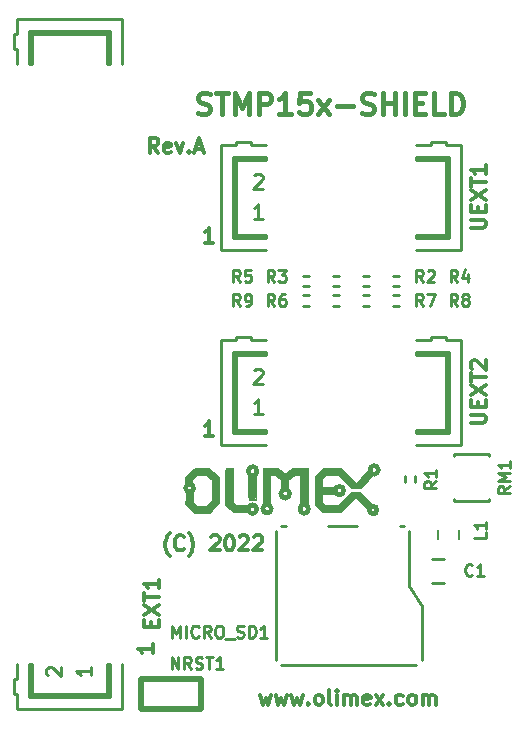
<source format=gbr>
%TF.GenerationSoftware,KiCad,Pcbnew,5.1.0-rc2-unknown-036be7d~80~ubuntu16.04.1*%
%TF.CreationDate,2022-02-04T13:28:53+02:00*%
%TF.ProjectId,STMP15x-SHIELD_Rev_A,53544d50-3135-4782-9d53-4849454c445f,A*%
%TF.SameCoordinates,Original*%
%TF.FileFunction,Legend,Top*%
%TF.FilePolarity,Positive*%
%FSLAX46Y46*%
G04 Gerber Fmt 4.6, Leading zero omitted, Abs format (unit mm)*
G04 Created by KiCad (PCBNEW 5.1.0-rc2-unknown-036be7d~80~ubuntu16.04.1) date 2022-02-04 13:28:53*
%MOMM*%
%LPD*%
G04 APERTURE LIST*
%ADD10C,0.317500*%
%ADD11C,0.444500*%
%ADD12C,0.100000*%
%ADD13C,0.700000*%
%ADD14C,0.400000*%
%ADD15C,0.500000*%
%ADD16C,0.254000*%
%ADD17C,0.127000*%
%ADD18C,0.508000*%
G04 APERTURE END LIST*
D10*
X128336523Y-95649142D02*
X128336523Y-96374857D01*
X128336523Y-96012000D02*
X127066523Y-96012000D01*
X127247952Y-96132952D01*
X127368904Y-96253904D01*
X127429380Y-96374857D01*
X133458857Y-78044523D02*
X132733142Y-78044523D01*
X133096000Y-78044523D02*
X133096000Y-76774523D01*
X132975047Y-76955952D01*
X132854095Y-77076904D01*
X132733142Y-77137380D01*
X133458857Y-61661523D02*
X132733142Y-61661523D01*
X133096000Y-61661523D02*
X133096000Y-60391523D01*
X132975047Y-60572952D01*
X132854095Y-60693904D01*
X132733142Y-60754380D01*
X137407952Y-99930857D02*
X137649857Y-100777523D01*
X137891761Y-100172761D01*
X138133666Y-100777523D01*
X138375571Y-99930857D01*
X138738428Y-99930857D02*
X138980333Y-100777523D01*
X139222238Y-100172761D01*
X139464142Y-100777523D01*
X139706047Y-99930857D01*
X140068904Y-99930857D02*
X140310809Y-100777523D01*
X140552714Y-100172761D01*
X140794619Y-100777523D01*
X141036523Y-99930857D01*
X141520333Y-100656571D02*
X141580809Y-100717047D01*
X141520333Y-100777523D01*
X141459857Y-100717047D01*
X141520333Y-100656571D01*
X141520333Y-100777523D01*
X142306523Y-100777523D02*
X142185571Y-100717047D01*
X142125095Y-100656571D01*
X142064619Y-100535619D01*
X142064619Y-100172761D01*
X142125095Y-100051809D01*
X142185571Y-99991333D01*
X142306523Y-99930857D01*
X142487952Y-99930857D01*
X142608904Y-99991333D01*
X142669380Y-100051809D01*
X142729857Y-100172761D01*
X142729857Y-100535619D01*
X142669380Y-100656571D01*
X142608904Y-100717047D01*
X142487952Y-100777523D01*
X142306523Y-100777523D01*
X143455571Y-100777523D02*
X143334619Y-100717047D01*
X143274142Y-100596095D01*
X143274142Y-99507523D01*
X143939380Y-100777523D02*
X143939380Y-99930857D01*
X143939380Y-99507523D02*
X143878904Y-99568000D01*
X143939380Y-99628476D01*
X143999857Y-99568000D01*
X143939380Y-99507523D01*
X143939380Y-99628476D01*
X144544142Y-100777523D02*
X144544142Y-99930857D01*
X144544142Y-100051809D02*
X144604619Y-99991333D01*
X144725571Y-99930857D01*
X144907000Y-99930857D01*
X145027952Y-99991333D01*
X145088428Y-100112285D01*
X145088428Y-100777523D01*
X145088428Y-100112285D02*
X145148904Y-99991333D01*
X145269857Y-99930857D01*
X145451285Y-99930857D01*
X145572238Y-99991333D01*
X145632714Y-100112285D01*
X145632714Y-100777523D01*
X146721285Y-100717047D02*
X146600333Y-100777523D01*
X146358428Y-100777523D01*
X146237476Y-100717047D01*
X146177000Y-100596095D01*
X146177000Y-100112285D01*
X146237476Y-99991333D01*
X146358428Y-99930857D01*
X146600333Y-99930857D01*
X146721285Y-99991333D01*
X146781761Y-100112285D01*
X146781761Y-100233238D01*
X146177000Y-100354190D01*
X147205095Y-100777523D02*
X147870333Y-99930857D01*
X147205095Y-99930857D02*
X147870333Y-100777523D01*
X148354142Y-100656571D02*
X148414619Y-100717047D01*
X148354142Y-100777523D01*
X148293666Y-100717047D01*
X148354142Y-100656571D01*
X148354142Y-100777523D01*
X149503190Y-100717047D02*
X149382238Y-100777523D01*
X149140333Y-100777523D01*
X149019380Y-100717047D01*
X148958904Y-100656571D01*
X148898428Y-100535619D01*
X148898428Y-100172761D01*
X148958904Y-100051809D01*
X149019380Y-99991333D01*
X149140333Y-99930857D01*
X149382238Y-99930857D01*
X149503190Y-99991333D01*
X150228904Y-100777523D02*
X150107952Y-100717047D01*
X150047476Y-100656571D01*
X149987000Y-100535619D01*
X149987000Y-100172761D01*
X150047476Y-100051809D01*
X150107952Y-99991333D01*
X150228904Y-99930857D01*
X150410333Y-99930857D01*
X150531285Y-99991333D01*
X150591761Y-100051809D01*
X150652238Y-100172761D01*
X150652238Y-100535619D01*
X150591761Y-100656571D01*
X150531285Y-100717047D01*
X150410333Y-100777523D01*
X150228904Y-100777523D01*
X151196523Y-100777523D02*
X151196523Y-99930857D01*
X151196523Y-100051809D02*
X151257000Y-99991333D01*
X151377952Y-99930857D01*
X151559380Y-99930857D01*
X151680333Y-99991333D01*
X151740809Y-100112285D01*
X151740809Y-100777523D01*
X151740809Y-100112285D02*
X151801285Y-99991333D01*
X151922238Y-99930857D01*
X152103666Y-99930857D01*
X152224619Y-99991333D01*
X152285095Y-100112285D01*
X152285095Y-100777523D01*
D11*
X132164666Y-50630666D02*
X132418666Y-50715333D01*
X132842000Y-50715333D01*
X133011333Y-50630666D01*
X133096000Y-50546000D01*
X133180666Y-50376666D01*
X133180666Y-50207333D01*
X133096000Y-50038000D01*
X133011333Y-49953333D01*
X132842000Y-49868666D01*
X132503333Y-49784000D01*
X132334000Y-49699333D01*
X132249333Y-49614666D01*
X132164666Y-49445333D01*
X132164666Y-49276000D01*
X132249333Y-49106666D01*
X132334000Y-49022000D01*
X132503333Y-48937333D01*
X132926666Y-48937333D01*
X133180666Y-49022000D01*
X133688666Y-48937333D02*
X134704666Y-48937333D01*
X134196666Y-50715333D02*
X134196666Y-48937333D01*
X135297333Y-50715333D02*
X135297333Y-48937333D01*
X135890000Y-50207333D01*
X136482666Y-48937333D01*
X136482666Y-50715333D01*
X137329333Y-50715333D02*
X137329333Y-48937333D01*
X138006666Y-48937333D01*
X138176000Y-49022000D01*
X138260666Y-49106666D01*
X138345333Y-49276000D01*
X138345333Y-49530000D01*
X138260666Y-49699333D01*
X138176000Y-49784000D01*
X138006666Y-49868666D01*
X137329333Y-49868666D01*
X140038666Y-50715333D02*
X139022666Y-50715333D01*
X139530666Y-50715333D02*
X139530666Y-48937333D01*
X139361333Y-49191333D01*
X139192000Y-49360666D01*
X139022666Y-49445333D01*
X141647333Y-48937333D02*
X140800666Y-48937333D01*
X140716000Y-49784000D01*
X140800666Y-49699333D01*
X140970000Y-49614666D01*
X141393333Y-49614666D01*
X141562666Y-49699333D01*
X141647333Y-49784000D01*
X141732000Y-49953333D01*
X141732000Y-50376666D01*
X141647333Y-50546000D01*
X141562666Y-50630666D01*
X141393333Y-50715333D01*
X140970000Y-50715333D01*
X140800666Y-50630666D01*
X140716000Y-50546000D01*
X142324666Y-50715333D02*
X143256000Y-49530000D01*
X142324666Y-49530000D02*
X143256000Y-50715333D01*
X143933333Y-50038000D02*
X145288000Y-50038000D01*
X146050000Y-50630666D02*
X146304000Y-50715333D01*
X146727333Y-50715333D01*
X146896666Y-50630666D01*
X146981333Y-50546000D01*
X147066000Y-50376666D01*
X147066000Y-50207333D01*
X146981333Y-50038000D01*
X146896666Y-49953333D01*
X146727333Y-49868666D01*
X146388666Y-49784000D01*
X146219333Y-49699333D01*
X146134666Y-49614666D01*
X146050000Y-49445333D01*
X146050000Y-49276000D01*
X146134666Y-49106666D01*
X146219333Y-49022000D01*
X146388666Y-48937333D01*
X146812000Y-48937333D01*
X147066000Y-49022000D01*
X147828000Y-50715333D02*
X147828000Y-48937333D01*
X147828000Y-49784000D02*
X148844000Y-49784000D01*
X148844000Y-50715333D02*
X148844000Y-48937333D01*
X149690666Y-50715333D02*
X149690666Y-48937333D01*
X150537333Y-49784000D02*
X151130000Y-49784000D01*
X151384000Y-50715333D02*
X150537333Y-50715333D01*
X150537333Y-48937333D01*
X151384000Y-48937333D01*
X152992666Y-50715333D02*
X152146000Y-50715333D01*
X152146000Y-48937333D01*
X153585333Y-50715333D02*
X153585333Y-48937333D01*
X154008666Y-48937333D01*
X154262666Y-49022000D01*
X154432000Y-49191333D01*
X154516666Y-49360666D01*
X154601333Y-49699333D01*
X154601333Y-49953333D01*
X154516666Y-50292000D01*
X154432000Y-50461333D01*
X154262666Y-50630666D01*
X154008666Y-50715333D01*
X153585333Y-50715333D01*
D10*
X129757714Y-88180333D02*
X129697238Y-88119857D01*
X129576285Y-87938428D01*
X129515809Y-87817476D01*
X129455333Y-87636047D01*
X129394857Y-87333666D01*
X129394857Y-87091761D01*
X129455333Y-86789380D01*
X129515809Y-86607952D01*
X129576285Y-86487000D01*
X129697238Y-86305571D01*
X129757714Y-86245095D01*
X130967238Y-87575571D02*
X130906761Y-87636047D01*
X130725333Y-87696523D01*
X130604380Y-87696523D01*
X130422952Y-87636047D01*
X130302000Y-87515095D01*
X130241523Y-87394142D01*
X130181047Y-87152238D01*
X130181047Y-86970809D01*
X130241523Y-86728904D01*
X130302000Y-86607952D01*
X130422952Y-86487000D01*
X130604380Y-86426523D01*
X130725333Y-86426523D01*
X130906761Y-86487000D01*
X130967238Y-86547476D01*
X131390571Y-88180333D02*
X131451047Y-88119857D01*
X131572000Y-87938428D01*
X131632476Y-87817476D01*
X131692952Y-87636047D01*
X131753428Y-87333666D01*
X131753428Y-87091761D01*
X131692952Y-86789380D01*
X131632476Y-86607952D01*
X131572000Y-86487000D01*
X131451047Y-86305571D01*
X131390571Y-86245095D01*
X133265333Y-86547476D02*
X133325809Y-86487000D01*
X133446761Y-86426523D01*
X133749142Y-86426523D01*
X133870095Y-86487000D01*
X133930571Y-86547476D01*
X133991047Y-86668428D01*
X133991047Y-86789380D01*
X133930571Y-86970809D01*
X133204857Y-87696523D01*
X133991047Y-87696523D01*
X134777238Y-86426523D02*
X134898190Y-86426523D01*
X135019142Y-86487000D01*
X135079619Y-86547476D01*
X135140095Y-86668428D01*
X135200571Y-86910333D01*
X135200571Y-87212714D01*
X135140095Y-87454619D01*
X135079619Y-87575571D01*
X135019142Y-87636047D01*
X134898190Y-87696523D01*
X134777238Y-87696523D01*
X134656285Y-87636047D01*
X134595809Y-87575571D01*
X134535333Y-87454619D01*
X134474857Y-87212714D01*
X134474857Y-86910333D01*
X134535333Y-86668428D01*
X134595809Y-86547476D01*
X134656285Y-86487000D01*
X134777238Y-86426523D01*
X135684380Y-86547476D02*
X135744857Y-86487000D01*
X135865809Y-86426523D01*
X136168190Y-86426523D01*
X136289142Y-86487000D01*
X136349619Y-86547476D01*
X136410095Y-86668428D01*
X136410095Y-86789380D01*
X136349619Y-86970809D01*
X135623904Y-87696523D01*
X136410095Y-87696523D01*
X136893904Y-86547476D02*
X136954380Y-86487000D01*
X137075333Y-86426523D01*
X137377714Y-86426523D01*
X137498666Y-86487000D01*
X137559142Y-86547476D01*
X137619619Y-86668428D01*
X137619619Y-86789380D01*
X137559142Y-86970809D01*
X136833428Y-87696523D01*
X137619619Y-87696523D01*
X128820333Y-54041523D02*
X128397000Y-53436761D01*
X128094619Y-54041523D02*
X128094619Y-52771523D01*
X128578428Y-52771523D01*
X128699380Y-52832000D01*
X128759857Y-52892476D01*
X128820333Y-53013428D01*
X128820333Y-53194857D01*
X128759857Y-53315809D01*
X128699380Y-53376285D01*
X128578428Y-53436761D01*
X128094619Y-53436761D01*
X129848428Y-53981047D02*
X129727476Y-54041523D01*
X129485571Y-54041523D01*
X129364619Y-53981047D01*
X129304142Y-53860095D01*
X129304142Y-53376285D01*
X129364619Y-53255333D01*
X129485571Y-53194857D01*
X129727476Y-53194857D01*
X129848428Y-53255333D01*
X129908904Y-53376285D01*
X129908904Y-53497238D01*
X129304142Y-53618190D01*
X130332238Y-53194857D02*
X130634619Y-54041523D01*
X130937000Y-53194857D01*
X131420809Y-53920571D02*
X131481285Y-53981047D01*
X131420809Y-54041523D01*
X131360333Y-53981047D01*
X131420809Y-53920571D01*
X131420809Y-54041523D01*
X131965095Y-53678666D02*
X132569857Y-53678666D01*
X131844142Y-54041523D02*
X132267476Y-52771523D01*
X132690809Y-54041523D01*
D12*
%TO.C,Logo_Olimex_1*%
X142862300Y-80721200D02*
X144233900Y-80721200D01*
X144233900Y-80721200D02*
X144284700Y-80721200D01*
X144284700Y-80721200D02*
X145542000Y-81965800D01*
X141338300Y-80835500D02*
X141439900Y-80835500D01*
X141490700Y-80772000D02*
X141490700Y-80759300D01*
X141490700Y-80759300D02*
X140195300Y-80759300D01*
X140195300Y-80759300D02*
X140169900Y-80759300D01*
X140169900Y-80759300D02*
X139547600Y-81254600D01*
X141490700Y-83781900D02*
X141490700Y-80772000D01*
X137833100Y-80822800D02*
X137756900Y-80822800D01*
X137680700Y-80759300D02*
X138925300Y-80759300D01*
X138925300Y-80759300D02*
X139509500Y-81241900D01*
X137680700Y-83756500D02*
X137680700Y-80772000D01*
X136944100Y-83350100D02*
X137033000Y-83350100D01*
X136601200Y-83350100D02*
X136537700Y-83350100D01*
X136461500Y-83413600D02*
X137071100Y-83413600D01*
X137071100Y-83413600D02*
X137096500Y-83413600D01*
X137096500Y-83413600D02*
X137096500Y-81394300D01*
X136461500Y-81394300D02*
X136461500Y-83413600D01*
X134962900Y-80784700D02*
X135077200Y-80784700D01*
X134835900Y-80708500D02*
X135140700Y-80708500D01*
X135140700Y-80708500D02*
X135140700Y-83743800D01*
X134658100Y-80797400D02*
X134594600Y-80784700D01*
X134543800Y-80708500D02*
X134531100Y-80708500D01*
X134531100Y-80708500D02*
X134518400Y-80708500D01*
X134518400Y-80708500D02*
X134518400Y-83858100D01*
X134823200Y-80708500D02*
X134543800Y-80708500D01*
D13*
X134823200Y-83781900D02*
X134823200Y-81051400D01*
X141160500Y-81064100D02*
X141160500Y-83667600D01*
X133045200Y-81051400D02*
X132041900Y-81051400D01*
X133667500Y-81661000D02*
X133667500Y-83591400D01*
X131445000Y-81699100D02*
X131445000Y-81940400D01*
X131445000Y-83667600D02*
X132029200Y-84239100D01*
X131457700Y-83680300D02*
X131457700Y-82918300D01*
X132016500Y-84239100D02*
X133057900Y-84239100D01*
D14*
X144504659Y-82626200D02*
G75*
G03X144504659Y-82626200I-359659J0D01*
G01*
D13*
X143637000Y-82626200D02*
X142417800Y-82626200D01*
D14*
X147438135Y-80886300D02*
G75*
G03X147438135Y-80886300I-359435J0D01*
G01*
D13*
X146710400Y-81241900D02*
X145846800Y-82135600D01*
D15*
X145288000Y-82232500D02*
X145846800Y-82232500D01*
D13*
X144170400Y-81051400D02*
X145262600Y-82118200D01*
X142948500Y-81051400D02*
X144170400Y-81051400D01*
X142417800Y-81534000D02*
X142900400Y-81026000D01*
X142417800Y-81559400D02*
X142417800Y-83794600D01*
X142417800Y-83794600D02*
X142849600Y-84226400D01*
X142849600Y-84226400D02*
X144170400Y-84226400D01*
X144170400Y-84226400D02*
X145313400Y-83108800D01*
D15*
X145313400Y-83007200D02*
X145846800Y-83007200D01*
D13*
X146659600Y-83921600D02*
X145821400Y-83108800D01*
D14*
X147319266Y-84277200D02*
G75*
G03X147319266Y-84277200I-329466J0D01*
G01*
X141523729Y-84188300D02*
G75*
G03X141523729Y-84188300I-363229J0D01*
G01*
D13*
X140258800Y-81076800D02*
X141147800Y-81076800D01*
D14*
X139918518Y-82905600D02*
G75*
G03X139918518Y-82905600I-370918J0D01*
G01*
D13*
X139623800Y-81584800D02*
X140258800Y-81076800D01*
X139547600Y-82372200D02*
X139547600Y-81661000D01*
X138836400Y-81076800D02*
X139446000Y-81584800D01*
X137998200Y-81076800D02*
X138836400Y-81076800D01*
X137998200Y-83667600D02*
X137998200Y-81076800D01*
D14*
X138370559Y-84175600D02*
G75*
G03X138370559Y-84175600I-359659J0D01*
G01*
X137165218Y-80975200D02*
G75*
G03X137165218Y-80975200I-373518J0D01*
G01*
D13*
X136779000Y-81508600D02*
X136779000Y-83108800D01*
D14*
X137145324Y-84201000D02*
G75*
G03X137145324Y-84201000I-366324J0D01*
G01*
D13*
X136266200Y-84226400D02*
X135280400Y-84226400D01*
X135280400Y-84226400D02*
X134823200Y-83769200D01*
X133654800Y-83629500D02*
X133096000Y-84213700D01*
X133045200Y-81064100D02*
X133680200Y-81673700D01*
X131445000Y-81648300D02*
X131953000Y-81140300D01*
D14*
X131795147Y-82423000D02*
G75*
G03X131795147Y-82423000I-337447J0D01*
G01*
D16*
%TO.C,C1*%
X153035000Y-88392000D02*
X152019000Y-88392000D01*
X153035000Y-90424000D02*
X152019000Y-90424000D01*
%TO.C,EXT1*%
X124585000Y-44182000D02*
X124585000Y-43782000D01*
X124585000Y-99982000D02*
X124585000Y-99582000D01*
X117985000Y-99982000D02*
X117985000Y-99582000D01*
X117985000Y-44182000D02*
X117985000Y-43782000D01*
X118110000Y-99822000D02*
X118110000Y-97282000D01*
X118110000Y-46482000D02*
X118110000Y-43942000D01*
X124460000Y-43942000D02*
X118110000Y-43942000D01*
X118110000Y-99822000D02*
X124460000Y-99822000D01*
X116840000Y-101092000D02*
X116840000Y-99822000D01*
X125730000Y-42672000D02*
X125730000Y-46482000D01*
X125730000Y-42672000D02*
X116840000Y-42672000D01*
X116840000Y-101092000D02*
X125730000Y-101092000D01*
X116840000Y-43942000D02*
X116586000Y-43942000D01*
X116586000Y-43942000D02*
X116586000Y-45212000D01*
X116840000Y-45212000D02*
X116586000Y-45212000D01*
X116840000Y-43942000D02*
X116840000Y-42672000D01*
X116840000Y-46482000D02*
X116840000Y-45212000D01*
X116586000Y-98552000D02*
X116586000Y-99822000D01*
X116586000Y-99822000D02*
X116840000Y-99822000D01*
X116586000Y-98552000D02*
X116840000Y-98552000D01*
X116840000Y-98552000D02*
X116840000Y-97282000D01*
X124460000Y-43942000D02*
X124460000Y-46482000D01*
X124714000Y-46482000D02*
X124714000Y-43688000D01*
X124714000Y-43688000D02*
X117856000Y-43688000D01*
X117856000Y-43688000D02*
X117856000Y-46482000D01*
X117856000Y-97282000D02*
X117856000Y-100076000D01*
X117856000Y-100076000D02*
X124714000Y-100076000D01*
X124714000Y-100076000D02*
X124714000Y-97282000D01*
X125730000Y-101092000D02*
X125730000Y-97282000D01*
X124460000Y-97282000D02*
X124460000Y-99822000D01*
X117856000Y-97282000D02*
X118110000Y-97282000D01*
X124460000Y-97282000D02*
X124714000Y-97282000D01*
X124460000Y-46482000D02*
X124714000Y-46482000D01*
X117856000Y-46482000D02*
X118110000Y-46482000D01*
D17*
%TO.C,L1*%
X152527000Y-85928200D02*
X152527000Y-86766400D01*
X154305000Y-85928200D02*
X154305000Y-86766400D01*
D18*
%TO.C,NRST1*%
X132461000Y-101092000D02*
X127381000Y-101092000D01*
X127381000Y-101092000D02*
X127381000Y-98552000D01*
X127381000Y-98552000D02*
X132461000Y-98552000D01*
X132461000Y-98552000D02*
X132461000Y-101092000D01*
D16*
%TO.C,R1*%
X149669500Y-81661000D02*
X149669500Y-81915000D01*
X149669500Y-81661000D02*
X149669500Y-81407000D01*
X150558500Y-81661000D02*
X150558500Y-81407000D01*
X150558500Y-81661000D02*
X150558500Y-81915000D01*
%TO.C,R2*%
X146431000Y-65341500D02*
X146685000Y-65341500D01*
X146431000Y-65341500D02*
X146177000Y-65341500D01*
X146431000Y-64452500D02*
X146177000Y-64452500D01*
X146431000Y-64452500D02*
X146685000Y-64452500D01*
%TO.C,R3*%
X143891000Y-65341500D02*
X144145000Y-65341500D01*
X143891000Y-65341500D02*
X143637000Y-65341500D01*
X143891000Y-64452500D02*
X143637000Y-64452500D01*
X143891000Y-64452500D02*
X144145000Y-64452500D01*
%TO.C,R4*%
X148971000Y-64452500D02*
X148717000Y-64452500D01*
X148971000Y-64452500D02*
X149225000Y-64452500D01*
X148971000Y-65341500D02*
X149225000Y-65341500D01*
X148971000Y-65341500D02*
X148717000Y-65341500D01*
%TO.C,R5*%
X141351000Y-65341500D02*
X141097000Y-65341500D01*
X141351000Y-65341500D02*
X141605000Y-65341500D01*
X141351000Y-64452500D02*
X141605000Y-64452500D01*
X141351000Y-64452500D02*
X141097000Y-64452500D01*
%TO.C,R6*%
X143891000Y-66992500D02*
X144145000Y-66992500D01*
X143891000Y-66992500D02*
X143637000Y-66992500D01*
X143891000Y-66103500D02*
X143637000Y-66103500D01*
X143891000Y-66103500D02*
X144145000Y-66103500D01*
%TO.C,R7*%
X146431000Y-66992500D02*
X146685000Y-66992500D01*
X146431000Y-66992500D02*
X146177000Y-66992500D01*
X146431000Y-66103500D02*
X146177000Y-66103500D01*
X146431000Y-66103500D02*
X146685000Y-66103500D01*
%TO.C,R8*%
X148971000Y-66103500D02*
X148717000Y-66103500D01*
X148971000Y-66103500D02*
X149225000Y-66103500D01*
X148971000Y-66992500D02*
X149225000Y-66992500D01*
X148971000Y-66992500D02*
X148717000Y-66992500D01*
%TO.C,R9*%
X141351000Y-66103500D02*
X141097000Y-66103500D01*
X141351000Y-66103500D02*
X141605000Y-66103500D01*
X141351000Y-66992500D02*
X141605000Y-66992500D01*
X141351000Y-66992500D02*
X141097000Y-66992500D01*
%TO.C,RM1*%
X156794200Y-79527400D02*
X156794200Y-79743300D01*
X153847800Y-79527400D02*
X156794200Y-79527400D01*
X153847800Y-79717900D02*
X153847800Y-79527400D01*
X156794200Y-83540600D02*
X156794200Y-83324700D01*
X153847800Y-83515200D02*
X153847800Y-83337400D01*
X153847800Y-83527900D02*
X156794200Y-83527900D01*
%TO.C,UEXT1*%
X137922000Y-54610000D02*
X137922000Y-54356000D01*
X137922000Y-61214000D02*
X137922000Y-60960000D01*
X150622000Y-61214000D02*
X150622000Y-60960000D01*
X150622000Y-54610000D02*
X150622000Y-54356000D01*
X137922000Y-62230000D02*
X134112000Y-62230000D01*
X135128000Y-61214000D02*
X137922000Y-61214000D01*
X135128000Y-54356000D02*
X135128000Y-61214000D01*
X137922000Y-54356000D02*
X135128000Y-54356000D01*
X153416000Y-54356000D02*
X150622000Y-54356000D01*
X153416000Y-61214000D02*
X153416000Y-54356000D01*
X150622000Y-61214000D02*
X153416000Y-61214000D01*
X136652000Y-53340000D02*
X137922000Y-53340000D01*
X136652000Y-53086000D02*
X136652000Y-53340000D01*
X135382000Y-53086000D02*
X135382000Y-53340000D01*
X136652000Y-53086000D02*
X135382000Y-53086000D01*
X150622000Y-53340000D02*
X151892000Y-53340000D01*
X153162000Y-53340000D02*
X154432000Y-53340000D01*
X151892000Y-53340000D02*
X151892000Y-53086000D01*
X153162000Y-53086000D02*
X151892000Y-53086000D01*
X153162000Y-53340000D02*
X153162000Y-53086000D01*
X137922000Y-60960000D02*
X135382000Y-60960000D01*
X153162000Y-60960000D02*
X150622000Y-60960000D01*
X134112000Y-53340000D02*
X134112000Y-62230000D01*
X154432000Y-62230000D02*
X154432000Y-53340000D01*
X154432000Y-62230000D02*
X150622000Y-62230000D01*
X134112000Y-53340000D02*
X135382000Y-53340000D01*
X135382000Y-54610000D02*
X135382000Y-60960000D01*
X153162000Y-60960000D02*
X153162000Y-54610000D01*
X150622000Y-54610000D02*
X153162000Y-54610000D01*
X135382000Y-54610000D02*
X137922000Y-54610000D01*
X135636000Y-54483000D02*
X135255000Y-54483000D01*
X135636000Y-61087000D02*
X135255000Y-61087000D01*
X153035000Y-61087000D02*
X153289000Y-61087000D01*
X152908000Y-54483000D02*
X153416000Y-54483000D01*
%TO.C,UEXT2*%
X137922000Y-71120000D02*
X137922000Y-70866000D01*
X137922000Y-77724000D02*
X137922000Y-77470000D01*
X150622000Y-77724000D02*
X150622000Y-77470000D01*
X150622000Y-71120000D02*
X150622000Y-70866000D01*
X137922000Y-78740000D02*
X134112000Y-78740000D01*
X135128000Y-77724000D02*
X137922000Y-77724000D01*
X135128000Y-70866000D02*
X135128000Y-77724000D01*
X137922000Y-70866000D02*
X135128000Y-70866000D01*
X153416000Y-70866000D02*
X150622000Y-70866000D01*
X153416000Y-77724000D02*
X153416000Y-70866000D01*
X150622000Y-77724000D02*
X153416000Y-77724000D01*
X136652000Y-69850000D02*
X137922000Y-69850000D01*
X136652000Y-69596000D02*
X136652000Y-69850000D01*
X135382000Y-69596000D02*
X135382000Y-69850000D01*
X136652000Y-69596000D02*
X135382000Y-69596000D01*
X150622000Y-69850000D02*
X151892000Y-69850000D01*
X153162000Y-69850000D02*
X154432000Y-69850000D01*
X151892000Y-69850000D02*
X151892000Y-69596000D01*
X153162000Y-69596000D02*
X151892000Y-69596000D01*
X153162000Y-69850000D02*
X153162000Y-69596000D01*
X137922000Y-77470000D02*
X135382000Y-77470000D01*
X153162000Y-77470000D02*
X150622000Y-77470000D01*
X134112000Y-69850000D02*
X134112000Y-78740000D01*
X154432000Y-78740000D02*
X154432000Y-69850000D01*
X154432000Y-78740000D02*
X150622000Y-78740000D01*
X134112000Y-69850000D02*
X135382000Y-69850000D01*
X135382000Y-71120000D02*
X135382000Y-77470000D01*
X153162000Y-77470000D02*
X153162000Y-71120000D01*
X150622000Y-71120000D02*
X153162000Y-71120000D01*
X135382000Y-71120000D02*
X137922000Y-71120000D01*
X135636000Y-70993000D02*
X135255000Y-70993000D01*
X135636000Y-77597000D02*
X135255000Y-77597000D01*
X153035000Y-77597000D02*
X153289000Y-77597000D01*
X152908000Y-70993000D02*
X153416000Y-70993000D01*
%TO.C,MICRO_SD1*%
X149999700Y-86045040D02*
X149999700Y-90736420D01*
X139164060Y-85615780D02*
X139633960Y-85615780D01*
X143172180Y-85615780D02*
X145620740Y-85615780D01*
X149270720Y-85615780D02*
X149570440Y-85615780D01*
X151091900Y-96982280D02*
X151091900Y-92463620D01*
X138732260Y-96982280D02*
X138732260Y-86045040D01*
X139174220Y-97411540D02*
X150660100Y-97411540D01*
X149999700Y-90736420D02*
X151091900Y-92443300D01*
%TO.C,C1*%
X155405666Y-89770857D02*
X155357285Y-89819238D01*
X155212142Y-89867619D01*
X155115380Y-89867619D01*
X154970238Y-89819238D01*
X154873476Y-89722476D01*
X154825095Y-89625714D01*
X154776714Y-89432190D01*
X154776714Y-89287047D01*
X154825095Y-89093523D01*
X154873476Y-88996761D01*
X154970238Y-88900000D01*
X155115380Y-88851619D01*
X155212142Y-88851619D01*
X155357285Y-88900000D01*
X155405666Y-88948380D01*
X156373285Y-89867619D02*
X155792714Y-89867619D01*
X156083000Y-89867619D02*
X156083000Y-88851619D01*
X155986238Y-88996761D01*
X155889476Y-89093523D01*
X155792714Y-89141904D01*
%TO.C,EXT1*%
D10*
X128179285Y-94167476D02*
X128179285Y-93744142D01*
X128844523Y-93562714D02*
X128844523Y-94167476D01*
X127574523Y-94167476D01*
X127574523Y-93562714D01*
X127574523Y-93139380D02*
X128844523Y-92292714D01*
X127574523Y-92292714D02*
X128844523Y-93139380D01*
X127574523Y-91990333D02*
X127574523Y-91264619D01*
X128844523Y-91627476D02*
X127574523Y-91627476D01*
X128844523Y-90176047D02*
X128844523Y-90901761D01*
X128844523Y-90538904D02*
X127574523Y-90538904D01*
X127755952Y-90659857D01*
X127876904Y-90780809D01*
X127937380Y-90901761D01*
D16*
X119440476Y-98279857D02*
X119380000Y-98219380D01*
X119319523Y-98098428D01*
X119319523Y-97796047D01*
X119380000Y-97675095D01*
X119440476Y-97614619D01*
X119561428Y-97554142D01*
X119682380Y-97554142D01*
X119863809Y-97614619D01*
X120589523Y-98340333D01*
X120589523Y-97554142D01*
X123129523Y-97554142D02*
X123129523Y-98279857D01*
X123129523Y-97917000D02*
X121859523Y-97917000D01*
X122040952Y-98037952D01*
X122161904Y-98158904D01*
X122222380Y-98279857D01*
%TO.C,L1*%
X156542619Y-86148333D02*
X156542619Y-86632142D01*
X155526619Y-86632142D01*
X156542619Y-85277476D02*
X156542619Y-85858047D01*
X156542619Y-85567761D02*
X155526619Y-85567761D01*
X155671761Y-85664523D01*
X155768523Y-85761285D01*
X155816904Y-85858047D01*
%TO.C,NRST1*%
X129927047Y-97741619D02*
X129927047Y-96725619D01*
X130507619Y-97741619D01*
X130507619Y-96725619D01*
X131572000Y-97741619D02*
X131233333Y-97257809D01*
X130991428Y-97741619D02*
X130991428Y-96725619D01*
X131378476Y-96725619D01*
X131475238Y-96774000D01*
X131523619Y-96822380D01*
X131572000Y-96919142D01*
X131572000Y-97064285D01*
X131523619Y-97161047D01*
X131475238Y-97209428D01*
X131378476Y-97257809D01*
X130991428Y-97257809D01*
X131959047Y-97693238D02*
X132104190Y-97741619D01*
X132346095Y-97741619D01*
X132442857Y-97693238D01*
X132491238Y-97644857D01*
X132539619Y-97548095D01*
X132539619Y-97451333D01*
X132491238Y-97354571D01*
X132442857Y-97306190D01*
X132346095Y-97257809D01*
X132152571Y-97209428D01*
X132055809Y-97161047D01*
X132007428Y-97112666D01*
X131959047Y-97015904D01*
X131959047Y-96919142D01*
X132007428Y-96822380D01*
X132055809Y-96774000D01*
X132152571Y-96725619D01*
X132394476Y-96725619D01*
X132539619Y-96774000D01*
X132829904Y-96725619D02*
X133410476Y-96725619D01*
X133120190Y-97741619D02*
X133120190Y-96725619D01*
X134281333Y-97741619D02*
X133700761Y-97741619D01*
X133991047Y-97741619D02*
X133991047Y-96725619D01*
X133894285Y-96870761D01*
X133797523Y-96967523D01*
X133700761Y-97015904D01*
%TO.C,R1*%
X152351619Y-81830333D02*
X151867809Y-82169000D01*
X152351619Y-82410904D02*
X151335619Y-82410904D01*
X151335619Y-82023857D01*
X151384000Y-81927095D01*
X151432380Y-81878714D01*
X151529142Y-81830333D01*
X151674285Y-81830333D01*
X151771047Y-81878714D01*
X151819428Y-81927095D01*
X151867809Y-82023857D01*
X151867809Y-82410904D01*
X152351619Y-80862714D02*
X152351619Y-81443285D01*
X152351619Y-81153000D02*
X151335619Y-81153000D01*
X151480761Y-81249761D01*
X151577523Y-81346523D01*
X151625904Y-81443285D01*
%TO.C,R2*%
X151214666Y-64975619D02*
X150876000Y-64491809D01*
X150634095Y-64975619D02*
X150634095Y-63959619D01*
X151021142Y-63959619D01*
X151117904Y-64008000D01*
X151166285Y-64056380D01*
X151214666Y-64153142D01*
X151214666Y-64298285D01*
X151166285Y-64395047D01*
X151117904Y-64443428D01*
X151021142Y-64491809D01*
X150634095Y-64491809D01*
X151601714Y-64056380D02*
X151650095Y-64008000D01*
X151746857Y-63959619D01*
X151988761Y-63959619D01*
X152085523Y-64008000D01*
X152133904Y-64056380D01*
X152182285Y-64153142D01*
X152182285Y-64249904D01*
X152133904Y-64395047D01*
X151553333Y-64975619D01*
X152182285Y-64975619D01*
%TO.C,R3*%
X138641666Y-64975619D02*
X138303000Y-64491809D01*
X138061095Y-64975619D02*
X138061095Y-63959619D01*
X138448142Y-63959619D01*
X138544904Y-64008000D01*
X138593285Y-64056380D01*
X138641666Y-64153142D01*
X138641666Y-64298285D01*
X138593285Y-64395047D01*
X138544904Y-64443428D01*
X138448142Y-64491809D01*
X138061095Y-64491809D01*
X138980333Y-63959619D02*
X139609285Y-63959619D01*
X139270619Y-64346666D01*
X139415761Y-64346666D01*
X139512523Y-64395047D01*
X139560904Y-64443428D01*
X139609285Y-64540190D01*
X139609285Y-64782095D01*
X139560904Y-64878857D01*
X139512523Y-64927238D01*
X139415761Y-64975619D01*
X139125476Y-64975619D01*
X139028714Y-64927238D01*
X138980333Y-64878857D01*
%TO.C,R4*%
X154135666Y-64975619D02*
X153797000Y-64491809D01*
X153555095Y-64975619D02*
X153555095Y-63959619D01*
X153942142Y-63959619D01*
X154038904Y-64008000D01*
X154087285Y-64056380D01*
X154135666Y-64153142D01*
X154135666Y-64298285D01*
X154087285Y-64395047D01*
X154038904Y-64443428D01*
X153942142Y-64491809D01*
X153555095Y-64491809D01*
X155006523Y-64298285D02*
X155006523Y-64975619D01*
X154764619Y-63911238D02*
X154522714Y-64636952D01*
X155151666Y-64636952D01*
%TO.C,R5*%
X135720666Y-64975619D02*
X135382000Y-64491809D01*
X135140095Y-64975619D02*
X135140095Y-63959619D01*
X135527142Y-63959619D01*
X135623904Y-64008000D01*
X135672285Y-64056380D01*
X135720666Y-64153142D01*
X135720666Y-64298285D01*
X135672285Y-64395047D01*
X135623904Y-64443428D01*
X135527142Y-64491809D01*
X135140095Y-64491809D01*
X136639904Y-63959619D02*
X136156095Y-63959619D01*
X136107714Y-64443428D01*
X136156095Y-64395047D01*
X136252857Y-64346666D01*
X136494761Y-64346666D01*
X136591523Y-64395047D01*
X136639904Y-64443428D01*
X136688285Y-64540190D01*
X136688285Y-64782095D01*
X136639904Y-64878857D01*
X136591523Y-64927238D01*
X136494761Y-64975619D01*
X136252857Y-64975619D01*
X136156095Y-64927238D01*
X136107714Y-64878857D01*
%TO.C,R6*%
X138641666Y-67007619D02*
X138303000Y-66523809D01*
X138061095Y-67007619D02*
X138061095Y-65991619D01*
X138448142Y-65991619D01*
X138544904Y-66040000D01*
X138593285Y-66088380D01*
X138641666Y-66185142D01*
X138641666Y-66330285D01*
X138593285Y-66427047D01*
X138544904Y-66475428D01*
X138448142Y-66523809D01*
X138061095Y-66523809D01*
X139512523Y-65991619D02*
X139319000Y-65991619D01*
X139222238Y-66040000D01*
X139173857Y-66088380D01*
X139077095Y-66233523D01*
X139028714Y-66427047D01*
X139028714Y-66814095D01*
X139077095Y-66910857D01*
X139125476Y-66959238D01*
X139222238Y-67007619D01*
X139415761Y-67007619D01*
X139512523Y-66959238D01*
X139560904Y-66910857D01*
X139609285Y-66814095D01*
X139609285Y-66572190D01*
X139560904Y-66475428D01*
X139512523Y-66427047D01*
X139415761Y-66378666D01*
X139222238Y-66378666D01*
X139125476Y-66427047D01*
X139077095Y-66475428D01*
X139028714Y-66572190D01*
%TO.C,R7*%
X151214666Y-67007619D02*
X150876000Y-66523809D01*
X150634095Y-67007619D02*
X150634095Y-65991619D01*
X151021142Y-65991619D01*
X151117904Y-66040000D01*
X151166285Y-66088380D01*
X151214666Y-66185142D01*
X151214666Y-66330285D01*
X151166285Y-66427047D01*
X151117904Y-66475428D01*
X151021142Y-66523809D01*
X150634095Y-66523809D01*
X151553333Y-65991619D02*
X152230666Y-65991619D01*
X151795238Y-67007619D01*
%TO.C,R8*%
X154135666Y-67007619D02*
X153797000Y-66523809D01*
X153555095Y-67007619D02*
X153555095Y-65991619D01*
X153942142Y-65991619D01*
X154038904Y-66040000D01*
X154087285Y-66088380D01*
X154135666Y-66185142D01*
X154135666Y-66330285D01*
X154087285Y-66427047D01*
X154038904Y-66475428D01*
X153942142Y-66523809D01*
X153555095Y-66523809D01*
X154716238Y-66427047D02*
X154619476Y-66378666D01*
X154571095Y-66330285D01*
X154522714Y-66233523D01*
X154522714Y-66185142D01*
X154571095Y-66088380D01*
X154619476Y-66040000D01*
X154716238Y-65991619D01*
X154909761Y-65991619D01*
X155006523Y-66040000D01*
X155054904Y-66088380D01*
X155103285Y-66185142D01*
X155103285Y-66233523D01*
X155054904Y-66330285D01*
X155006523Y-66378666D01*
X154909761Y-66427047D01*
X154716238Y-66427047D01*
X154619476Y-66475428D01*
X154571095Y-66523809D01*
X154522714Y-66620571D01*
X154522714Y-66814095D01*
X154571095Y-66910857D01*
X154619476Y-66959238D01*
X154716238Y-67007619D01*
X154909761Y-67007619D01*
X155006523Y-66959238D01*
X155054904Y-66910857D01*
X155103285Y-66814095D01*
X155103285Y-66620571D01*
X155054904Y-66523809D01*
X155006523Y-66475428D01*
X154909761Y-66427047D01*
%TO.C,R9*%
X135720666Y-67007619D02*
X135382000Y-66523809D01*
X135140095Y-67007619D02*
X135140095Y-65991619D01*
X135527142Y-65991619D01*
X135623904Y-66040000D01*
X135672285Y-66088380D01*
X135720666Y-66185142D01*
X135720666Y-66330285D01*
X135672285Y-66427047D01*
X135623904Y-66475428D01*
X135527142Y-66523809D01*
X135140095Y-66523809D01*
X136204476Y-67007619D02*
X136398000Y-67007619D01*
X136494761Y-66959238D01*
X136543142Y-66910857D01*
X136639904Y-66765714D01*
X136688285Y-66572190D01*
X136688285Y-66185142D01*
X136639904Y-66088380D01*
X136591523Y-66040000D01*
X136494761Y-65991619D01*
X136301238Y-65991619D01*
X136204476Y-66040000D01*
X136156095Y-66088380D01*
X136107714Y-66185142D01*
X136107714Y-66427047D01*
X136156095Y-66523809D01*
X136204476Y-66572190D01*
X136301238Y-66620571D01*
X136494761Y-66620571D01*
X136591523Y-66572190D01*
X136639904Y-66523809D01*
X136688285Y-66427047D01*
%TO.C,RM1*%
X158574619Y-82283904D02*
X158090809Y-82622571D01*
X158574619Y-82864476D02*
X157558619Y-82864476D01*
X157558619Y-82477428D01*
X157607000Y-82380666D01*
X157655380Y-82332285D01*
X157752142Y-82283904D01*
X157897285Y-82283904D01*
X157994047Y-82332285D01*
X158042428Y-82380666D01*
X158090809Y-82477428D01*
X158090809Y-82864476D01*
X158574619Y-81848476D02*
X157558619Y-81848476D01*
X158284333Y-81509809D01*
X157558619Y-81171142D01*
X158574619Y-81171142D01*
X158574619Y-80155142D02*
X158574619Y-80735714D01*
X158574619Y-80445428D02*
X157558619Y-80445428D01*
X157703761Y-80542190D01*
X157800523Y-80638952D01*
X157848904Y-80735714D01*
%TO.C,UEXT1*%
D10*
X155260523Y-60415714D02*
X156288619Y-60415714D01*
X156409571Y-60355238D01*
X156470047Y-60294761D01*
X156530523Y-60173809D01*
X156530523Y-59931904D01*
X156470047Y-59810952D01*
X156409571Y-59750476D01*
X156288619Y-59690000D01*
X155260523Y-59690000D01*
X155865285Y-59085238D02*
X155865285Y-58661904D01*
X156530523Y-58480476D02*
X156530523Y-59085238D01*
X155260523Y-59085238D01*
X155260523Y-58480476D01*
X155260523Y-58057142D02*
X156530523Y-57210476D01*
X155260523Y-57210476D02*
X156530523Y-58057142D01*
X155260523Y-56908095D02*
X155260523Y-56182380D01*
X156530523Y-56545238D02*
X155260523Y-56545238D01*
X156530523Y-55093809D02*
X156530523Y-55819523D01*
X156530523Y-55456666D02*
X155260523Y-55456666D01*
X155441952Y-55577619D01*
X155562904Y-55698571D01*
X155623380Y-55819523D01*
D16*
X137649857Y-59629523D02*
X136924142Y-59629523D01*
X137287000Y-59629523D02*
X137287000Y-58359523D01*
X137166047Y-58540952D01*
X137045095Y-58661904D01*
X136924142Y-58722380D01*
X136924142Y-55940476D02*
X136984619Y-55880000D01*
X137105571Y-55819523D01*
X137407952Y-55819523D01*
X137528904Y-55880000D01*
X137589380Y-55940476D01*
X137649857Y-56061428D01*
X137649857Y-56182380D01*
X137589380Y-56363809D01*
X136863666Y-57089523D01*
X137649857Y-57089523D01*
%TO.C,UEXT2*%
D10*
X155260523Y-76925714D02*
X156288619Y-76925714D01*
X156409571Y-76865238D01*
X156470047Y-76804761D01*
X156530523Y-76683809D01*
X156530523Y-76441904D01*
X156470047Y-76320952D01*
X156409571Y-76260476D01*
X156288619Y-76200000D01*
X155260523Y-76200000D01*
X155865285Y-75595238D02*
X155865285Y-75171904D01*
X156530523Y-74990476D02*
X156530523Y-75595238D01*
X155260523Y-75595238D01*
X155260523Y-74990476D01*
X155260523Y-74567142D02*
X156530523Y-73720476D01*
X155260523Y-73720476D02*
X156530523Y-74567142D01*
X155260523Y-73418095D02*
X155260523Y-72692380D01*
X156530523Y-73055238D02*
X155260523Y-73055238D01*
X155381476Y-72329523D02*
X155321000Y-72269047D01*
X155260523Y-72148095D01*
X155260523Y-71845714D01*
X155321000Y-71724761D01*
X155381476Y-71664285D01*
X155502428Y-71603809D01*
X155623380Y-71603809D01*
X155804809Y-71664285D01*
X156530523Y-72390000D01*
X156530523Y-71603809D01*
D16*
X137649857Y-76139523D02*
X136924142Y-76139523D01*
X137287000Y-76139523D02*
X137287000Y-74869523D01*
X137166047Y-75050952D01*
X137045095Y-75171904D01*
X136924142Y-75232380D01*
X136924142Y-72450476D02*
X136984619Y-72390000D01*
X137105571Y-72329523D01*
X137407952Y-72329523D01*
X137528904Y-72390000D01*
X137589380Y-72450476D01*
X137649857Y-72571428D01*
X137649857Y-72692380D01*
X137589380Y-72873809D01*
X136863666Y-73599523D01*
X137649857Y-73599523D01*
%TO.C,MICRO_SD1*%
X129993571Y-95074619D02*
X129993571Y-94058619D01*
X130332238Y-94784333D01*
X130670904Y-94058619D01*
X130670904Y-95074619D01*
X131154714Y-95074619D02*
X131154714Y-94058619D01*
X132219095Y-94977857D02*
X132170714Y-95026238D01*
X132025571Y-95074619D01*
X131928809Y-95074619D01*
X131783666Y-95026238D01*
X131686904Y-94929476D01*
X131638523Y-94832714D01*
X131590142Y-94639190D01*
X131590142Y-94494047D01*
X131638523Y-94300523D01*
X131686904Y-94203761D01*
X131783666Y-94107000D01*
X131928809Y-94058619D01*
X132025571Y-94058619D01*
X132170714Y-94107000D01*
X132219095Y-94155380D01*
X133235095Y-95074619D02*
X132896428Y-94590809D01*
X132654523Y-95074619D02*
X132654523Y-94058619D01*
X133041571Y-94058619D01*
X133138333Y-94107000D01*
X133186714Y-94155380D01*
X133235095Y-94252142D01*
X133235095Y-94397285D01*
X133186714Y-94494047D01*
X133138333Y-94542428D01*
X133041571Y-94590809D01*
X132654523Y-94590809D01*
X133864047Y-94058619D02*
X134057571Y-94058619D01*
X134154333Y-94107000D01*
X134251095Y-94203761D01*
X134299476Y-94397285D01*
X134299476Y-94735952D01*
X134251095Y-94929476D01*
X134154333Y-95026238D01*
X134057571Y-95074619D01*
X133864047Y-95074619D01*
X133767285Y-95026238D01*
X133670523Y-94929476D01*
X133622142Y-94735952D01*
X133622142Y-94397285D01*
X133670523Y-94203761D01*
X133767285Y-94107000D01*
X133864047Y-94058619D01*
X134493000Y-95171380D02*
X135267095Y-95171380D01*
X135460619Y-95026238D02*
X135605761Y-95074619D01*
X135847666Y-95074619D01*
X135944428Y-95026238D01*
X135992809Y-94977857D01*
X136041190Y-94881095D01*
X136041190Y-94784333D01*
X135992809Y-94687571D01*
X135944428Y-94639190D01*
X135847666Y-94590809D01*
X135654142Y-94542428D01*
X135557380Y-94494047D01*
X135509000Y-94445666D01*
X135460619Y-94348904D01*
X135460619Y-94252142D01*
X135509000Y-94155380D01*
X135557380Y-94107000D01*
X135654142Y-94058619D01*
X135896047Y-94058619D01*
X136041190Y-94107000D01*
X136476619Y-95074619D02*
X136476619Y-94058619D01*
X136718523Y-94058619D01*
X136863666Y-94107000D01*
X136960428Y-94203761D01*
X137008809Y-94300523D01*
X137057190Y-94494047D01*
X137057190Y-94639190D01*
X137008809Y-94832714D01*
X136960428Y-94929476D01*
X136863666Y-95026238D01*
X136718523Y-95074619D01*
X136476619Y-95074619D01*
X138024809Y-95074619D02*
X137444238Y-95074619D01*
X137734523Y-95074619D02*
X137734523Y-94058619D01*
X137637761Y-94203761D01*
X137541000Y-94300523D01*
X137444238Y-94348904D01*
%TD*%
M02*

</source>
